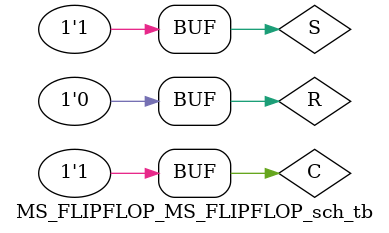
<source format=v>

`timescale 1ns / 1ps

module MS_FLIPFLOP_MS_FLIPFLOP_sch_tb();

// Inputs
   reg S;
   reg C;
   reg R;

// Output
   wire Q;
   wire QN;

// Bidirs

// Instantiate the UUT
   MS_FLIPFLOP UUT (
		.S(S), 
		.C(C), 
		.R(R), 
		.Q(Q), 
		.QN(QN)
   );
// Initialize Inputs
   initial begin
		R=0;S=0;#50;
		R=1;S=0;#50;
		R=0;S=0;#50;
		R=0;S=1;#50;
		R=0;S=0;#20;
		R=0;S=1;#5;
		R=0;S=0;#5;
		R=1;S=0;#5;
		R=0;S=0;#5;
		R=0;S=0;#50;
		R=1;S=0;#50;
		R=0;S=1;#50;
	end
	always begin
		C=0;#20;
		C=1;#20;
	end
endmodule

</source>
